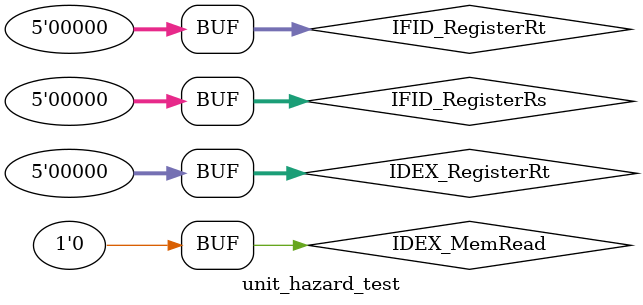
<source format=v>
`timescale 1ns / 1ps

module unit_hazard_test;

	// Inputs
	reg IDEX_MemRead;
	reg [4:0] IDEX_RegisterRt;
	reg [4:0] IFID_RegisterRs;
	reg [4:0] IFID_RegisterRt;

	// Outputs
	wire stall;

	// Instantiate the Unit Under Test (UUT)
	unit_hazard_detection uut (
		.IDEX_MemRead(IDEX_MemRead), 
		.IDEX_RegisterRt(IDEX_RegisterRt), 
		.IFID_RegisterRs(IFID_RegisterRs), 
		.IFID_RegisterRt(IFID_RegisterRt), 
		.stall(stall)
	);

	initial begin
		// Initialize Inputs
		IDEX_MemRead = 0;
		IDEX_RegisterRt = 0;
		IFID_RegisterRs = 0;
		IFID_RegisterRt = 0;

		// Wait 100 ns for global reset to finish
		#100;
      
		IDEX_MemRead = 0;
		IDEX_RegisterRt=5;
		IFID_RegisterRs=4;
		IFID_RegisterRt=5;
		#10;
      
		IDEX_MemRead = 1;
		IDEX_RegisterRt=5;
		IFID_RegisterRs=4;
		IFID_RegisterRt=5;
		#10;
      
		IDEX_MemRead = 1;
		IDEX_RegisterRt=5;
		IFID_RegisterRs=4;
		IFID_RegisterRt=4;
		#10;
      
		IDEX_MemRead = 0;
		IDEX_RegisterRt=5;
		IFID_RegisterRs=4;
		IFID_RegisterRt=4;
		#10;

		IDEX_MemRead = 0;
		IDEX_RegisterRt = 0;
		IFID_RegisterRs = 0;
		IFID_RegisterRt = 0;

	end
      
endmodule


</source>
